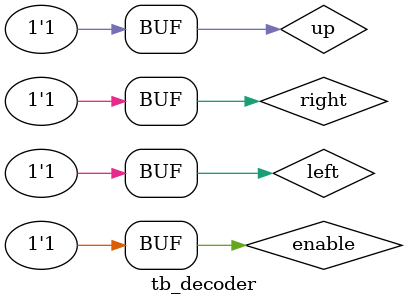
<source format=v>
`timescale 1ns / 1ps


module tb_decoder;

reg enable, up, left, right;
wire combo0, combo1, combo2, combo3, combo4, combo5, combo6, combo7;

decoder uut(.up(up), .left(left), .right(right), .enable(enable));
    
    initial begin
    enable=0; up=0; left=0; right=0;
    #10
    enable=0; up=0; left=0; right=1;
    #10
    enable=0; up=0; left=1; right=0;
    #10
    enable=0; up=0; left=1; right=1;
    #10
    enable=0; up=1; left=0; right=0;
    #10
    enable=0; up=1; left=0; right=1;
    #10
    enable=0; up=1; left=1; right=0;
    #10
    enable=0; up=1; left=1; right=1;
    #10
    enable=1; up=0; left=0; right=0;
    #10
    enable=1; up=0; left=0; right=1;
    #10
    enable=1; up=0; left=1; right=0;
    #10
    enable=1; up=0; left=1; right=1;
    #10
    enable=1; up=1; left=0; right=0;
    #10
    enable=1; up=1; left=0; right=1;
    #10
    enable=1; up=1; left=1; right=0;
    #10
    enable=1; up=1; left=1; right=1;
    #10;
    end
endmodule

</source>
